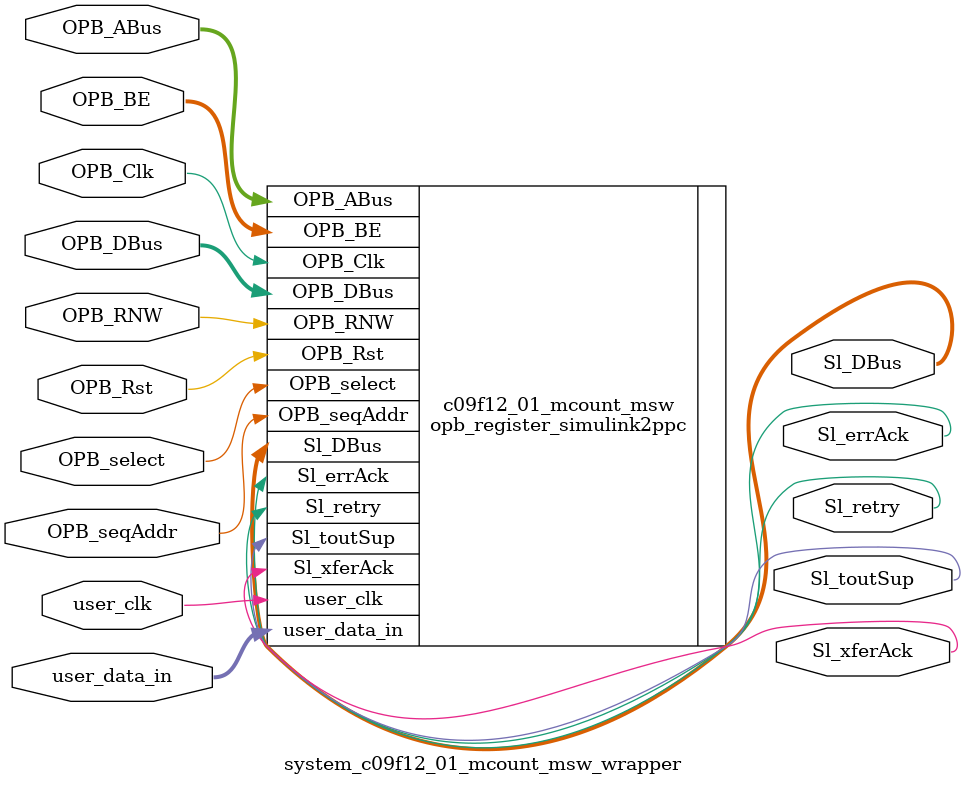
<source format=v>

module system_c09f12_01_mcount_msw_wrapper
  (
    OPB_Clk,
    OPB_Rst,
    Sl_DBus,
    Sl_errAck,
    Sl_retry,
    Sl_toutSup,
    Sl_xferAck,
    OPB_ABus,
    OPB_BE,
    OPB_DBus,
    OPB_RNW,
    OPB_select,
    OPB_seqAddr,
    user_data_in,
    user_clk
  );
  input OPB_Clk;
  input OPB_Rst;
  output [0:31] Sl_DBus;
  output Sl_errAck;
  output Sl_retry;
  output Sl_toutSup;
  output Sl_xferAck;
  input [0:31] OPB_ABus;
  input [0:3] OPB_BE;
  input [0:31] OPB_DBus;
  input OPB_RNW;
  input OPB_select;
  input OPB_seqAddr;
  input [31:0] user_data_in;
  input user_clk;

  opb_register_simulink2ppc
    #(
      .C_BASEADDR ( 32'h01094900 ),
      .C_HIGHADDR ( 32'h010949FF ),
      .C_OPB_AWIDTH ( 32 ),
      .C_OPB_DWIDTH ( 32 ),
      .C_FAMILY ( "virtex5" )
    )
    c09f12_01_mcount_msw (
      .OPB_Clk ( OPB_Clk ),
      .OPB_Rst ( OPB_Rst ),
      .Sl_DBus ( Sl_DBus ),
      .Sl_errAck ( Sl_errAck ),
      .Sl_retry ( Sl_retry ),
      .Sl_toutSup ( Sl_toutSup ),
      .Sl_xferAck ( Sl_xferAck ),
      .OPB_ABus ( OPB_ABus ),
      .OPB_BE ( OPB_BE ),
      .OPB_DBus ( OPB_DBus ),
      .OPB_RNW ( OPB_RNW ),
      .OPB_select ( OPB_select ),
      .OPB_seqAddr ( OPB_seqAddr ),
      .user_data_in ( user_data_in ),
      .user_clk ( user_clk )
    );

endmodule


</source>
